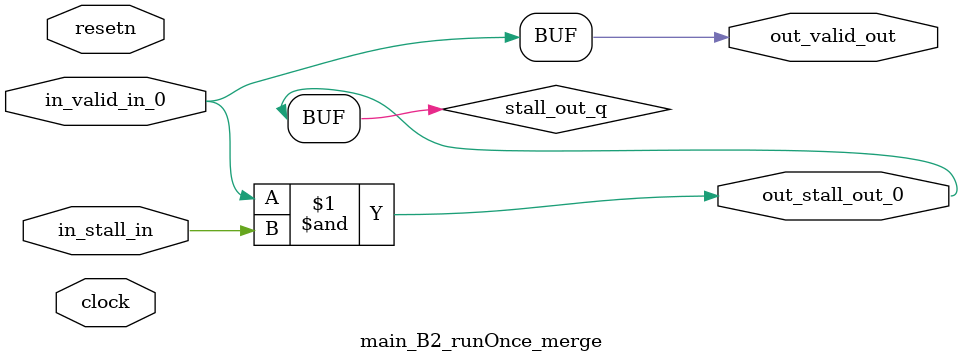
<source format=sv>



(* altera_attribute = "-name AUTO_SHIFT_REGISTER_RECOGNITION OFF; -name MESSAGE_DISABLE 10036; -name MESSAGE_DISABLE 10037; -name MESSAGE_DISABLE 14130; -name MESSAGE_DISABLE 14320; -name MESSAGE_DISABLE 15400; -name MESSAGE_DISABLE 14130; -name MESSAGE_DISABLE 10036; -name MESSAGE_DISABLE 12020; -name MESSAGE_DISABLE 12030; -name MESSAGE_DISABLE 12010; -name MESSAGE_DISABLE 12110; -name MESSAGE_DISABLE 14320; -name MESSAGE_DISABLE 13410; -name MESSAGE_DISABLE 113007; -name MESSAGE_DISABLE 10958" *)
module main_B2_runOnce_merge (
    input wire [0:0] in_stall_in,
    input wire [0:0] in_valid_in_0,
    output wire [0:0] out_stall_out_0,
    output wire [0:0] out_valid_out,
    input wire clock,
    input wire resetn
    );

    wire [0:0] stall_out_q;


    // stall_out(LOGICAL,6)
    assign stall_out_q = in_valid_in_0 & in_stall_in;

    // out_stall_out_0(GPOUT,4)
    assign out_stall_out_0 = stall_out_q;

    // out_valid_out(GPOUT,5)
    assign out_valid_out = in_valid_in_0;

endmodule

</source>
